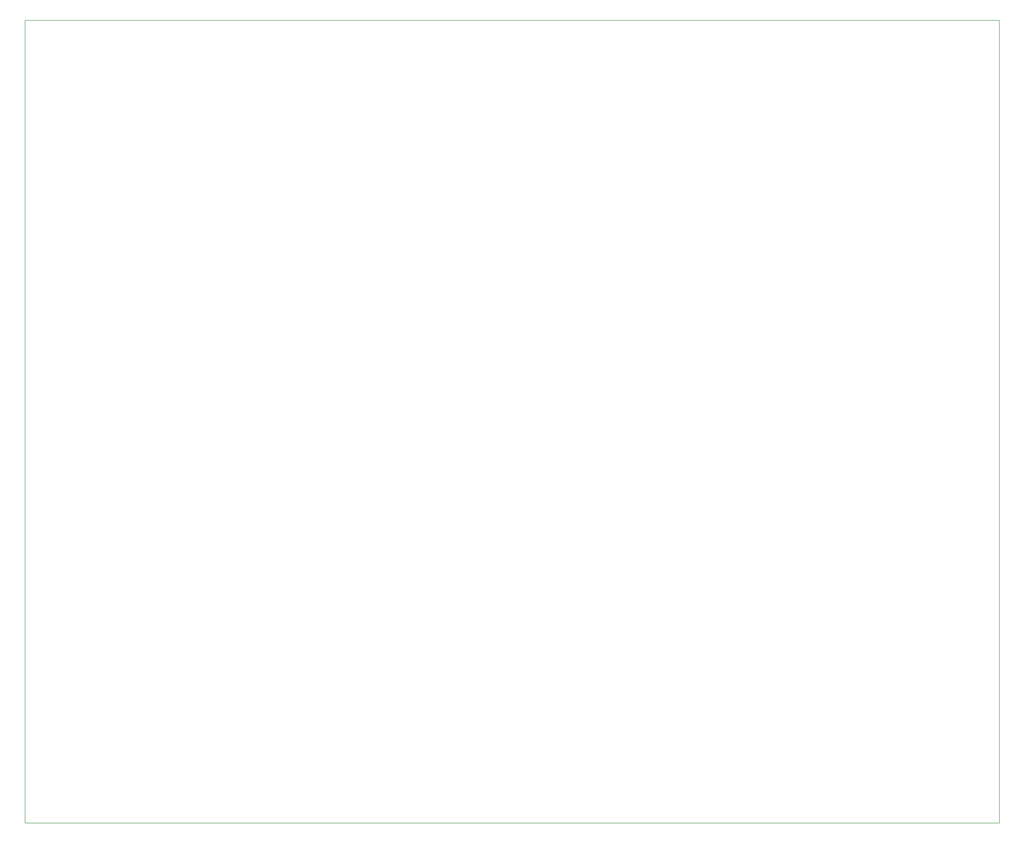
<source format=gbr>
G04 #@! TF.GenerationSoftware,KiCad,Pcbnew,(5.1.0)-1*
G04 #@! TF.CreationDate,2019-06-01T08:22:03-04:00*
G04 #@! TF.ProjectId,CommandCenter_KICAD,436f6d6d-616e-4644-9365-6e7465725f4b,rev?*
G04 #@! TF.SameCoordinates,Original*
G04 #@! TF.FileFunction,Profile,NP*
%FSLAX46Y46*%
G04 Gerber Fmt 4.6, Leading zero omitted, Abs format (unit mm)*
G04 Created by KiCad (PCBNEW (5.1.0)-1) date 2019-06-01 08:22:03*
%MOMM*%
%LPD*%
G04 APERTURE LIST*
%ADD10C,0.100000*%
G04 APERTURE END LIST*
D10*
X68000000Y-165000000D02*
X68000000Y-20000000D01*
X244000000Y-165000000D02*
X68000000Y-165000000D01*
X244000000Y-20000000D02*
X244000000Y-165000000D01*
X68000000Y-20000000D02*
X244000000Y-20000000D01*
M02*

</source>
